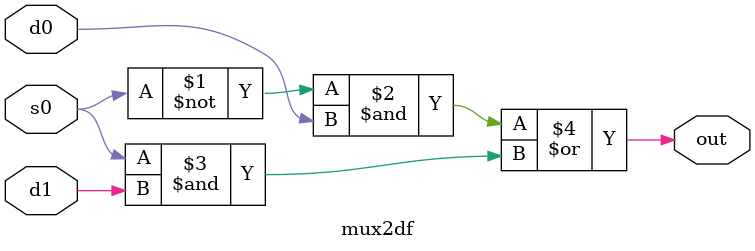
<source format=v>
module mux2df(output out,input s0,d0,d1);
	assign out = (~s0&d0)|(s0&d1);
endmodule
</source>
